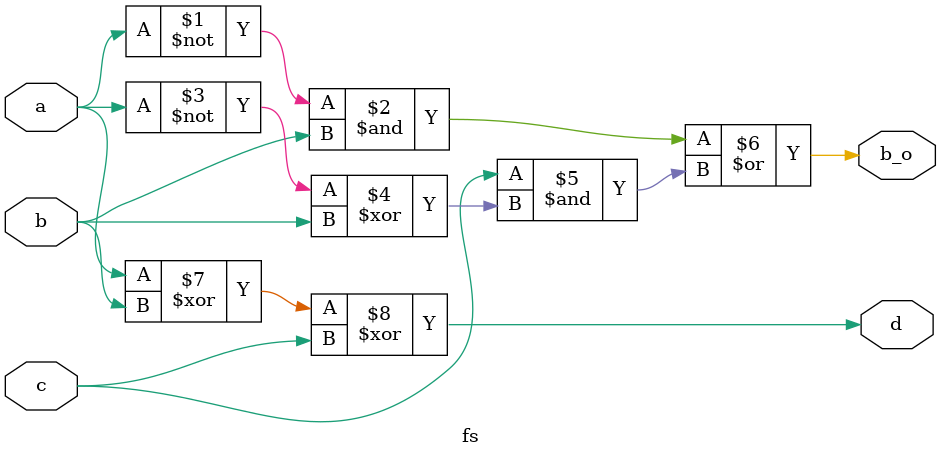
<source format=sv>
module fs(a,b,c,d,b_o);
  
input a,b,c;
output d,b_o;
assign b_o = (~a&b)|(c&(~a^b));
assign d = a^b^c;
  
endmodule

</source>
